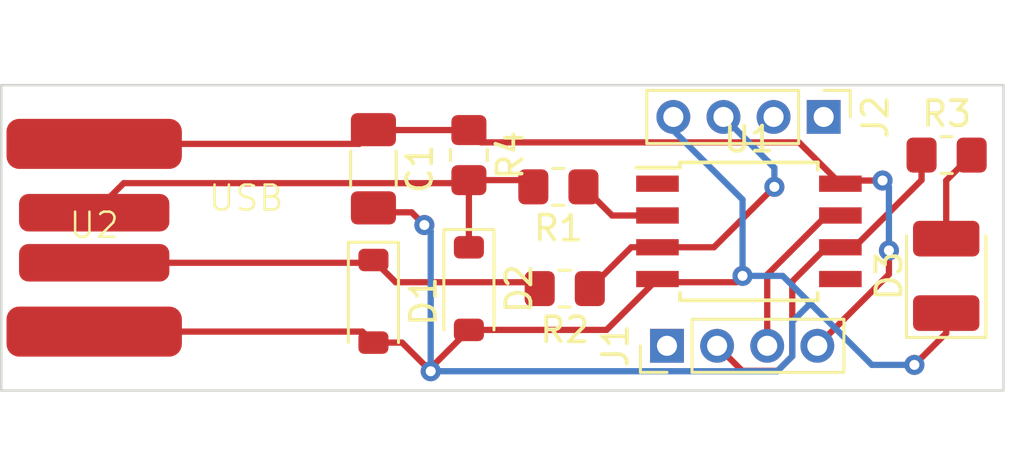
<source format=kicad_pcb>
(kicad_pcb (version 20221018) (generator pcbnew)
  (layers (0 "F.Cu" signal) (31 "B.Cu" signal) (34 "B.Paste" user) (35 "F.Paste" user) (36 "B.SilkS" user "B.Silkscreen") (37 "F.SilkS" user "F.Silkscreen") (38 "B.Mask" user) (39 "F.Mask" user) (44 "Edge.Cuts" user))
  (net 0 "")
  (net 1 "+5V")
  (net 2 "GND")
  (net 3 "Net-(D1-K)")
  (net 4 "Net-(D2-K)")
  (net 5 "Net-(J2-Pin_2)")
  (net 6 "Net-(J2-Pin_3)")
  (net 7 "Net-(J1-Pin_2)")
  (net 8 "Net-(D3-A)")
  (net 9 "Net-(J2-Pin_1)")
  (net 10 "Net-(J1-Pin_1)")
  (net 11 "Net-(J1-Pin_3)")
  (footprint "Resistor_SMD:R_0805_2012Metric_Pad1.20x1.40mm_HandSolder" (layer "F.Cu") (at 117.11 76.454)
    (fp_text reference "R3" (at 0 -1.65) (layer "F.SilkS"))
    (fp_text value "330R")
    (fp_line (start -0.227064 -0.735) (end 0.227064 -0.735) (stroke (width 0.12)) (layer "F.SilkS"))
    (fp_line (start -0.227064 0.735) (end 0.227064 0.735) (stroke (width 0.12)) (layer "F.SilkS"))
    (pad "1" smd roundrect (at -1 0) (size 1.2 1.4) (layers "F.Cu" "F.Paste" "F.Mask") (roundrect_rratio 0.208333) (net 7 "Net-(J1-Pin_2)"))
    (pad "2" smd roundrect (at 1 0) (size 1.2 1.4) (layers "F.Cu" "F.Paste" "F.Mask") (roundrect_rratio 0.208333) (net 8 "Net-(D3-A)"))
  )
  (footprint "Connector_PinHeader_2.00mm:PinHeader_1x04_P2.00mm_Vertical" (layer "F.Cu") (at 112.204 74.93 -90)
    (fp_text reference "J2" (at 0 -2.06 90) (layer "F.SilkS"))
    (fp_text value "Conn_01x04")
    (fp_line (start -1.06 -1.06) (end 0 -1.06) (stroke (width 0.12)) (layer "F.SilkS"))
    (fp_line (start -1.06 0) (end -1.06 -1.06) (stroke (width 0.12)) (layer "F.SilkS"))
    (fp_line (start -1.06 1) (end -1.06 7.06) (stroke (width 0.12)) (layer "F.SilkS"))
    (fp_line (start -1.06 1) (end 1.06 1) (stroke (width 0.12)) (layer "F.SilkS"))
    (fp_line (start -1.06 7.06) (end 1.06 7.06) (stroke (width 0.12)) (layer "F.SilkS"))
    (fp_line (start 1.06 1) (end 1.06 7.06) (stroke (width 0.12)) (layer "F.SilkS"))
    (pad "1" thru_hole rect (at 0 0 270) (size 1.35 1.35) (drill 0.8) (layers "*.Cu" "*.Mask") (net 9 "Net-(J2-Pin_1)"))
    (pad "2" thru_hole oval (at 0 2 270) (size 1.35 1.35) (drill 0.8) (layers "*.Cu" "*.Mask") (net 5 "Net-(J2-Pin_2)"))
    (pad "3" thru_hole oval (at 0 4 270) (size 1.35 1.35) (drill 0.8) (layers "*.Cu" "*.Mask") (net 6 "Net-(J2-Pin_3)"))
    (pad "4" thru_hole oval (at 0 6 270) (size 1.35 1.35) (drill 0.8) (layers "*.Cu" "*.Mask") (net 2 "GND"))
  )
  (footprint "Capacitor_SMD:C_1206_3216Metric_Pad1.33x1.80mm_HandSolder" (layer "F.Cu") (at 94.234 77.0005 -90)
    (fp_text reference "C1" (at 0 -1.85 90) (layer "F.SilkS"))
    (fp_text value "100n")
    (fp_line (start -0.711252 -0.91) (end 0.711252 -0.91) (stroke (width 0.12)) (layer "F.SilkS"))
    (fp_line (start -0.711252 0.91) (end 0.711252 0.91) (stroke (width 0.12)) (layer "F.SilkS"))
    (pad "1" smd roundrect (at -1.5625 0 270) (size 1.325 1.8) (layers "F.Cu" "F.Paste" "F.Mask") (roundrect_rratio 0.188679) (net 1 "+5V"))
    (pad "2" smd roundrect (at 1.5625 0 270) (size 1.325 1.8) (layers "F.Cu" "F.Paste" "F.Mask") (roundrect_rratio 0.188679) (net 2 "GND"))
  )
  (footprint "Diode_SMD:D_SOD-123" (layer "F.Cu") (at 98.044 81.788 -90)
    (fp_text reference "D2" (at 0 -2 90) (layer "F.SilkS"))
    (fp_text value "3V6")
    (fp_line (start -2.36 -1) (end -2.36 1) (stroke (width 0.12)) (layer "F.SilkS"))
    (fp_line (start -2.36 -1) (end 1.65 -1) (stroke (width 0.12)) (layer "F.SilkS"))
    (fp_line (start -2.36 1) (end 1.65 1) (stroke (width 0.12)) (layer "F.SilkS"))
    (pad "1" smd roundrect (at -1.65 0 270) (size 0.9 1.2) (layers "F.Cu" "F.Paste" "F.Mask") (net 4 "Net-(D2-K)"))
    (pad "2" smd roundrect (at 1.65 0 270) (size 0.9 1.2) (layers "F.Cu" "F.Paste" "F.Mask") (net 2 "GND"))
  )
  (footprint "LED_SMD:LED_1210_3225Metric_Pad1.42x2.65mm_HandSolder" (layer "F.Cu") (at 117.094 81.28 90)
    (fp_text reference "D3" (at 0 -2.28 90) (layer "F.SilkS"))
    (fp_text value "LED")
    (fp_line (start -2.46 -1.585) (end -2.46 1.585) (stroke (width 0.12)) (layer "F.SilkS"))
    (fp_line (start -2.46 1.585) (end 1.6 1.585) (stroke (width 0.12)) (layer "F.SilkS"))
    (fp_line (start 1.6 -1.585) (end -2.46 -1.585) (stroke (width 0.12)) (layer "F.SilkS"))
    (pad "1" smd roundrect (at -1.4875 0 90) (size 1.425 2.65) (layers "F.Cu" "F.Paste" "F.Mask") (roundrect_rratio 0.175439) (net 2 "GND"))
    (pad "2" smd roundrect (at 1.4875 0 90) (size 1.425 2.65) (layers "F.Cu" "F.Paste" "F.Mask") (roundrect_rratio 0.175439) (net 8 "Net-(D3-A)"))
  )
  (footprint "Resistor_SMD:R_0805_2012Metric_Pad1.20x1.40mm_HandSolder" (layer "F.Cu") (at 101.616 77.724 180)
    (fp_text reference "R1" (at 0 -1.65) (layer "F.SilkS"))
    (fp_text value "68R")
    (fp_line (start -0.227064 -0.735) (end 0.227064 -0.735) (stroke (width 0.12)) (layer "F.SilkS"))
    (fp_line (start -0.227064 0.735) (end 0.227064 0.735) (stroke (width 0.12)) (layer "F.SilkS"))
    (pad "1" smd roundrect (at -1 0 180) (size 1.2 1.4) (layers "F.Cu" "F.Paste" "F.Mask") (roundrect_rratio 0.208333) (net 5 "Net-(J2-Pin_2)"))
    (pad "2" smd roundrect (at 1 0 180) (size 1.2 1.4) (layers "F.Cu" "F.Paste" "F.Mask") (roundrect_rratio 0.208333) (net 4 "Net-(D2-K)"))
  )
  (footprint "Connector_PinHeader_2.00mm:PinHeader_1x04_P2.00mm_Vertical" (layer "F.Cu") (at 105.95 84.074 90)
    (fp_text reference "J1" (at 0 -2.06 90) (layer "F.SilkS"))
    (fp_text value "Conn_01x04")
    (fp_line (start -1.06 -1.06) (end 0 -1.06) (stroke (width 0.12)) (layer "F.SilkS"))
    (fp_line (start -1.06 0) (end -1.06 -1.06) (stroke (width 0.12)) (layer "F.SilkS"))
    (fp_line (start -1.06 1) (end -1.06 7.06) (stroke (width 0.12)) (layer "F.SilkS"))
    (fp_line (start -1.06 1) (end 1.06 1) (stroke (width 0.12)) (layer "F.SilkS"))
    (fp_line (start -1.06 7.06) (end 1.06 7.06) (stroke (width 0.12)) (layer "F.SilkS"))
    (fp_line (start 1.06 1) (end 1.06 7.06) (stroke (width 0.12)) (layer "F.SilkS"))
    (pad "1" thru_hole rect (at 0 0 90) (size 1.35 1.35) (drill 0.8) (layers "*.Cu" "*.Mask") (net 10 "Net-(J1-Pin_1)"))
    (pad "2" thru_hole oval (at 0 2 90) (size 1.35 1.35) (drill 0.8) (layers "*.Cu" "*.Mask") (net 7 "Net-(J1-Pin_2)"))
    (pad "3" thru_hole oval (at 0 4 90) (size 1.35 1.35) (drill 0.8) (layers "*.Cu" "*.Mask") (net 11 "Net-(J1-Pin_3)"))
    (pad "4" thru_hole oval (at 0 6 90) (size 1.35 1.35) (drill 0.8) (layers "*.Cu" "*.Mask") (net 1 "+5V"))
  )
  (footprint "Diode_SMD:D_SOD-123" (layer "F.Cu") (at 94.234 82.296 -90)
    (fp_text reference "D1" (at 0 -2 90) (layer "F.SilkS"))
    (fp_text value "3V6")
    (fp_line (start -2.36 -1) (end -2.36 1) (stroke (width 0.12)) (layer "F.SilkS"))
    (fp_line (start -2.36 -1) (end 1.65 -1) (stroke (width 0.12)) (layer "F.SilkS"))
    (fp_line (start -2.36 1) (end 1.65 1) (stroke (width 0.12)) (layer "F.SilkS"))
    (pad "1" smd roundrect (at -1.65 0 270) (size 0.9 1.2) (layers "F.Cu" "F.Paste" "F.Mask") (net 3 "Net-(D1-K)"))
    (pad "2" smd roundrect (at 1.65 0 270) (size 0.9 1.2) (layers "F.Cu" "F.Paste" "F.Mask") (net 2 "GND"))
  )
  (footprint "Package_SO:SOIC-8W_5.3x5.3mm_P1.27mm" (layer "F.Cu") (at 109.22 79.502)
    (fp_text reference "U1" (at 0 -3.68) (layer "F.SilkS"))
    (fp_text value "ATtiny25-20S")
    (fp_line (start -2.75 -2.755) (end -2.75 -2.55) (stroke (width 0.15)) (layer "F.SilkS"))
    (fp_line (start -2.75 -2.755) (end 2.75 -2.755) (stroke (width 0.15)) (layer "F.SilkS"))
    (fp_line (start -2.75 -2.55) (end -4.5 -2.55) (stroke (width 0.15)) (layer "F.SilkS"))
    (fp_line (start -2.75 2.755) (end -2.75 2.455) (stroke (width 0.15)) (layer "F.SilkS"))
    (fp_line (start -2.75 2.755) (end 2.75 2.755) (stroke (width 0.15)) (layer "F.SilkS"))
    (fp_line (start 2.75 -2.755) (end 2.75 -2.455) (stroke (width 0.15)) (layer "F.SilkS"))
    (fp_line (start 2.75 2.755) (end 2.75 2.455) (stroke (width 0.15)) (layer "F.SilkS"))
    (pad "1" smd rect (at -3.65 -1.905) (size 1.7 0.65) (layers "F.Cu" "F.Paste" "F.Mask") (net 9 "Net-(J2-Pin_1)"))
    (pad "2" smd rect (at -3.65 -0.635) (size 1.7 0.65) (layers "F.Cu" "F.Paste" "F.Mask") (net 5 "Net-(J2-Pin_2)"))
    (pad "3" smd rect (at -3.65 0.635) (size 1.7 0.65) (layers "F.Cu" "F.Paste" "F.Mask") (net 6 "Net-(J2-Pin_3)"))
    (pad "4" smd rect (at -3.65 1.905) (size 1.7 0.65) (layers "F.Cu" "F.Paste" "F.Mask") (net 2 "GND"))
    (pad "5" smd rect (at 3.65 1.905) (size 1.7 0.65) (layers "F.Cu" "F.Paste" "F.Mask") (net 10 "Net-(J1-Pin_1)"))
    (pad "6" smd rect (at 3.65 0.635) (size 1.7 0.65) (layers "F.Cu" "F.Paste" "F.Mask") (net 7 "Net-(J1-Pin_2)"))
    (pad "7" smd rect (at 3.65 -0.635) (size 1.7 0.65) (layers "F.Cu" "F.Paste" "F.Mask") (net 11 "Net-(J1-Pin_3)"))
    (pad "8" smd rect (at 3.65 -1.905) (size 1.7 0.65) (layers "F.Cu" "F.Paste" "F.Mask") (net 1 "+5V"))
  )
  (footprint "Resistor_SMD:R_0805_2012Metric_Pad1.20x1.40mm_HandSolder" (layer "F.Cu") (at 98.044 76.454 -90)
    (fp_text reference "R4" (at 0 -1.65 90) (layer "F.SilkS"))
    (fp_text value "1k5")
    (fp_line (start -0.227064 -0.735) (end 0.227064 -0.735) (stroke (width 0.12)) (layer "F.SilkS"))
    (fp_line (start -0.227064 0.735) (end 0.227064 0.735) (stroke (width 0.12)) (layer "F.SilkS"))
    (pad "1" smd roundrect (at -1 0 270) (size 1.2 1.4) (layers "F.Cu" "F.Paste" "F.Mask") (roundrect_rratio 0.208333) (net 1 "+5V"))
    (pad "2" smd roundrect (at 1 0 270) (size 1.2 1.4) (layers "F.Cu" "F.Paste" "F.Mask") (roundrect_rratio 0.208333) (net 4 "Net-(D2-K)"))
  )
  (footprint "custom_library_footprint:PCB_USB_connector" (layer "F.Cu") (at 83.0895 79.756)
    (fp_text reference "U2" (at 0 -0.5 unlocked) (layer "F.SilkS") (effects (font (thickness 0.1))))
    (fp_text value "~")
    (fp_text user "USB" (at 4.5 -1 unlocked) (layer "F.SilkS") (effects (font (thickness 0.1)) (justify left bottom)))
    (pad "1" smd roundrect (at 0 -3.75) (size 7 2) (layers "F.Cu" "F.Paste" "F.Mask") (net 1 "+5V"))
    (pad "2" smd roundrect (at 0 -1) (size 6 1.5) (layers "F.Cu" "F.Paste" "F.Mask") (net 4 "Net-(D2-K)"))
    (pad "3" smd roundrect (at 0 1) (size 6 1.5) (layers "F.Cu" "F.Paste" "F.Mask") (net 3 "Net-(D1-K)"))
    (pad "4" smd roundrect (at 0 3.75) (size 7 2) (layers "F.Cu" "F.Paste" "F.Mask") (net 2 "GND"))
  )
  (footprint "Resistor_SMD:R_0805_2012Metric_Pad1.20x1.40mm_HandSolder" (layer "F.Cu") (at 101.87 81.788 180)
    (fp_text reference "R2" (at 0 -1.65) (layer "F.SilkS"))
    (fp_text value "68R")
    (fp_line (start -0.227064 -0.735) (end 0.227064 -0.735) (stroke (width 0.12)) (layer "F.SilkS"))
    (fp_line (start -0.227064 0.735) (end 0.227064 0.735) (stroke (width 0.12)) (layer "F.SilkS"))
    (pad "1" smd roundrect (at -1 0 180) (size 1.2 1.4) (layers "F.Cu" "F.Paste" "F.Mask") (roundrect_rratio 0.208333) (net 6 "Net-(J2-Pin_3)"))
    (pad "2" smd roundrect (at 1 0 180) (size 1.2 1.4) (layers "F.Cu" "F.Paste" "F.Mask") (roundrect_rratio 0.208333) (net 3 "Net-(D1-K)"))
  )
  (gr_rect (start 79.38 73.66) (end 119.38 85.86) (stroke (width 0.1)) (fill none) (layer "Edge.Cuts"))
  (segment (start 83.0895 76.006) (end 93.666 76.006) (width 0.25) (layer "F.Cu") (net 1))
  (segment (start 93.666 76.006) (end 94.234 75.438) (width 0.25) (layer "F.Cu") (net 1))
  (segment (start 98.536 75.946) (end 98.044 75.454) (width 0.25) (layer "F.Cu") (net 1))
  (segment (start 112.997 77.47) (end 112.87 77.597) (width 0.25) (layer "F.Cu") (net 1))
  (segment (start 112.87 77.597) (end 111.219 75.946) (width 0.25) (layer "F.Cu") (net 1))
  (segment (start 114.554 77.47) (end 112.997 77.47) (width 0.25) (layer "F.Cu") (net 1))
  (segment (start 94.25 75.454) (end 98.044 75.454) (width 0.25) (layer "F.Cu") (net 1))
  (segment (start 94.234 75.438) (end 94.25 75.454) (width 0.25) (layer "F.Cu") (net 1))
  (segment (start 111.95 84.074) (end 114.808 81.216) (width 0.25) (layer "F.Cu") (net 1))
  (segment (start 111.219 75.946) (end 98.536 75.946) (width 0.25) (layer "F.Cu") (net 1))
  (segment (start 112.014 84.074) (end 111.95 84.074) (width 0.25) (layer "F.Cu") (net 1))
  (segment (start 114.808 81.216) (end 114.808 80.264) (width 0.25) (layer "F.Cu") (net 1))
  (segment (start 112.014 84.074) (end 112.268 84.328) (width 0.25) (layer "F.Cu") (net 1))
  (via (at 114.554 77.47) (size 0.8) (drill 0.4) (layers "F.Cu" "B.Cu") (net 1))
  (via (at 114.808 80.264) (size 0.8) (drill 0.4) (layers "F.Cu" "B.Cu") (net 1))
  (segment (start 114.808 80.264) (end 114.808 77.724) (width 0.25) (layer "B.Cu") (net 1))
  (segment (start 114.808 77.724) (end 114.554 77.47) (width 0.25) (layer "B.Cu") (net 1))
  (segment (start 96.52 84.962) (end 96.52 85.09) (width 0.25) (layer "F.Cu") (net 2))
  (segment (start 95.758 78.74) (end 96.266 79.248) (width 0.25) (layer "F.Cu") (net 2))
  (segment (start 94.234 78.74) (end 95.758 78.74) (width 0.25) (layer "F.Cu") (net 2))
  (segment (start 105.918 81.534) (end 108.712 81.534) (width 0.25) (layer "F.Cu") (net 2))
  (segment (start 105.045 81.407) (end 105.57 81.407) (width 0.25) (layer "F.Cu") (net 2))
  (segment (start 117.094 83.566) (end 115.824 84.836) (width 0.25) (layer "F.Cu") (net 2))
  (segment (start 98.044 83.438) (end 96.52 84.962) (width 0.25) (layer "F.Cu") (net 2))
  (segment (start 105.791 81.407) (end 105.918 81.534) (width 0.25) (layer "F.Cu") (net 2))
  (segment (start 93.794 83.506) (end 94.234 83.946) (width 0.25) (layer "F.Cu") (net 2))
  (segment (start 108.712 81.534) (end 108.966 81.28) (width 0.25) (layer "F.Cu") (net 2))
  (segment (start 103.539 83.438) (end 98.044 83.438) (width 0.25) (layer "F.Cu") (net 2))
  (segment (start 95.376 83.946) (end 94.234 83.946) (width 0.25) (layer "F.Cu") (net 2))
  (segment (start 117.094 82.7675) (end 117.094 83.566) (width 0.25) (layer "F.Cu") (net 2))
  (segment (start 94.234 78.563) (end 94.234 78.74) (width 0.25) (layer "F.Cu") (net 2))
  (segment (start 105.57 81.407) (end 105.791 81.407) (width 0.25) (layer "F.Cu") (net 2))
  (segment (start 105.57 81.407) (end 103.539 83.438) (width 0.25) (layer "F.Cu") (net 2))
  (segment (start 96.52 85.09) (end 95.376 83.946) (width 0.25) (layer "F.Cu") (net 2))
  (segment (start 83.0895 83.506) (end 93.794 83.506) (width 0.25) (layer "F.Cu") (net 2))
  (via (at 108.966 81.28) (size 0.8) (drill 0.4) (layers "F.Cu" "B.Cu") (net 2))
  (via (at 96.266 79.248) (size 0.8) (drill 0.4) (layers "F.Cu" "B.Cu") (net 2))
  (via (at 115.824 84.836) (size 0.8) (drill 0.4) (layers "F.Cu" "B.Cu") (net 2))
  (via (at 96.52 85.09) (size 0.8) (drill 0.4) (layers "F.Cu" "B.Cu") (net 2))
  (segment (start 110.95 84.488214) (end 110.348214 85.09) (width 0.25) (layer "B.Cu") (net 2))
  (segment (start 110.570214 81.28) (end 108.966 81.28) (width 0.25) (layer "B.Cu") (net 2))
  (segment (start 111.673107 82.382893) (end 110.95 83.106) (width 0.25) (layer "B.Cu") (net 2))
  (segment (start 96.266 79.248) (end 96.52 79.502) (width 0.25) (layer "B.Cu") (net 2))
  (segment (start 110.348214 85.09) (end 96.52 85.09) (width 0.25) (layer "B.Cu") (net 2))
  (segment (start 114.126214 84.836) (end 111.673107 82.382893) (width 0.25) (layer "B.Cu") (net 2))
  (segment (start 108.966 78.232) (end 108.966 81.28) (width 0.25) (layer "B.Cu") (net 2))
  (segment (start 115.824 84.836) (end 114.126214 84.836) (width 0.25) (layer "B.Cu") (net 2))
  (segment (start 110.95 83.106) (end 110.95 84.488214) (width 0.25) (layer "B.Cu") (net 2))
  (segment (start 111.673107 82.382893) (end 110.570214 81.28) (width 0.25) (layer "B.Cu") (net 2))
  (segment (start 105.664 74.93) (end 108.966 78.232) (width 0.25) (layer "B.Cu") (net 2))
  (segment (start 106.204 74.93) (end 105.664 74.93) (width 0.25) (layer "B.Cu") (net 2))
  (segment (start 96.52 79.502) (end 96.52 85.09) (width 0.25) (layer "B.Cu") (net 2))
  (segment (start 100.87 81.788) (end 100.87 81.756) (width 0.25) (layer "F.Cu") (net 3))
  (segment (start 101.092 81.534) (end 95.122 81.534) (width 0.25) (layer "F.Cu") (net 3))
  (segment (start 95.122 81.534) (end 94.234 80.646) (width 0.25) (layer "F.Cu") (net 3))
  (segment (start 94.124 80.756) (end 94.234 80.646) (width 0.25) (layer "F.Cu") (net 3))
  (segment (start 100.87 81.756) (end 101.092 81.534) (width 0.25) (layer "F.Cu") (net 3))
  (segment (start 83.0895 80.756) (end 94.124 80.756) (width 0.25) (layer "F.Cu") (net 3))
  (segment (start 84.27 77.5755) (end 97.9225 77.5755) (width 0.25) (layer "F.Cu") (net 4))
  (segment (start 97.9225 77.5755) (end 98.044 77.454) (width 0.25) (layer "F.Cu") (net 4))
  (segment (start 83.0895 78.756) (end 84.82 78.756) (width 0.25) (layer "F.Cu") (net 4))
  (segment (start 100.346 77.454) (end 100.616 77.724) (width 0.25) (layer "F.Cu") (net 4))
  (segment (start 83.0895 78.756) (end 84.27 77.5755) (width 0.25) (layer "F.Cu") (net 4))
  (segment (start 84.82 78.756) (end 84.836 78.74) (width 0.25) (layer "F.Cu") (net 4))
  (segment (start 98.044 77.454) (end 100.346 77.454) (width 0.25) (layer "F.Cu") (net 4))
  (segment (start 98.044 80.138) (end 98.044 77.454) (width 0.25) (layer "F.Cu") (net 4))
  (segment (start 103.759 78.867) (end 105.57 78.867) (width 0.25) (layer "F.Cu") (net 5))
  (segment (start 102.616 77.724) (end 103.759 78.867) (width 0.25) (layer "F.Cu") (net 5))
  (segment (start 104.521 80.137) (end 102.87 81.788) (width 0.25) (layer "F.Cu") (net 6))
  (segment (start 105.57 80.137) (end 104.521 80.137) (width 0.25) (layer "F.Cu") (net 6))
  (segment (start 105.57 80.137) (end 107.823 80.137) (width 0.25) (layer "F.Cu") (net 6))
  (segment (start 107.823 80.137) (end 110.236 77.724) (width 0.25) (layer "F.Cu") (net 6))
  (via (at 110.236 77.724) (size 0.8) (drill 0.4) (layers "F.Cu" "B.Cu") (net 6))
  (segment (start 110.236 76.962) (end 108.204 74.93) (width 0.25) (layer "B.Cu") (net 6))
  (segment (start 110.236 77.724) (end 110.236 76.962) (width 0.25) (layer "B.Cu") (net 6))
  (segment (start 112.315 80.137) (end 110.95 81.502) (width 0.25) (layer "F.Cu") (net 7))
  (segment (start 116.11 77.452) (end 113.425 80.137) (width 0.25) (layer "F.Cu") (net 7))
  (segment (start 116.11 76.454) (end 116.11 77.452) (width 0.25) (layer "F.Cu") (net 7))
  (segment (start 110.95 81.502) (end 110.95 84.488214) (width 0.25) (layer "F.Cu") (net 7))
  (segment (start 110.95 84.488214) (end 110.364214 85.074) (width 0.25) (layer "F.Cu") (net 7))
  (segment (start 113.425 80.137) (end 112.87 80.137) (width 0.25) (layer "F.Cu") (net 7))
  (segment (start 108.95 85.074) (end 107.95 84.074) (width 0.25) (layer "F.Cu") (net 7))
  (segment (start 110.364214 85.074) (end 108.95 85.074) (width 0.25) (layer "F.Cu") (net 7))
  (segment (start 112.87 80.137) (end 112.315 80.137) (width 0.25) (layer "F.Cu") (net 7))
  (segment (start 117.094 79.7925) (end 117.094 77.47) (width 0.25) (layer "F.Cu") (net 8))
  (segment (start 117.094 77.47) (end 118.11 76.454) (width 0.25) (layer "F.Cu") (net 8))
  (segment (start 109.95 81.232) (end 109.95 84.074) (width 0.25) (layer "F.Cu") (net 11))
  (segment (start 112.87 78.867) (end 112.315 78.867) (width 0.25) (layer "F.Cu") (net 11))
  (segment (start 112.315 78.867) (end 109.95 81.232) (width 0.25) (layer "F.Cu") (net 11))
  (segment (start 109.982 84.074) (end 109.95 84.074) (width 0.25) (layer "F.Cu") (net 11))
)
</source>
